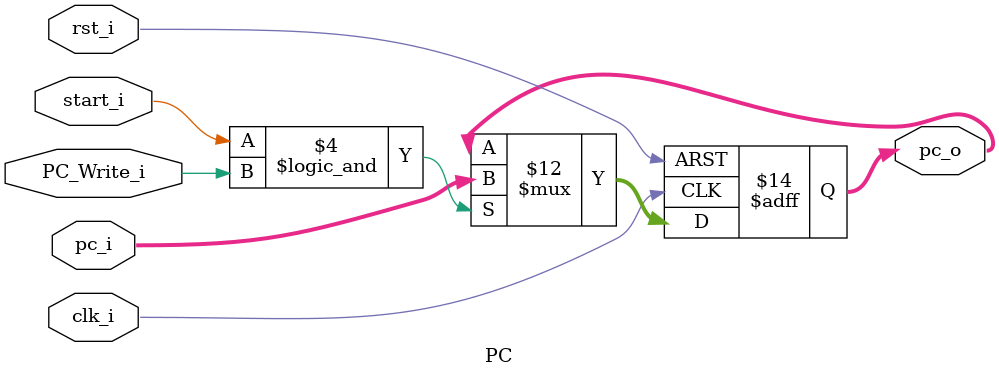
<source format=v>
module PC
(
    clk_i,
    rst_i,
    start_i,
    pc_i,
	PC_Write_i,
    pc_o
);

// Ports
input               clk_i;
input               rst_i;
input               start_i;
input				PC_Write_i;
input   [31:0]      pc_i;
output  [31:0]      pc_o;

// Wires & Registers
reg     [31:0]      pc_o;


always@(posedge clk_i or negedge rst_i) begin
    if(~rst_i) begin
        pc_o <= 32'b0;
    end
    else begin
        if((start_i && PC_Write_i == 1) || (PC_Write_i != 1 && PC_Write_i != 0))
            pc_o <= pc_i;
        else if(PC_Write_i == 0)
            pc_o <= pc_o;
    end
end

endmodule

</source>
